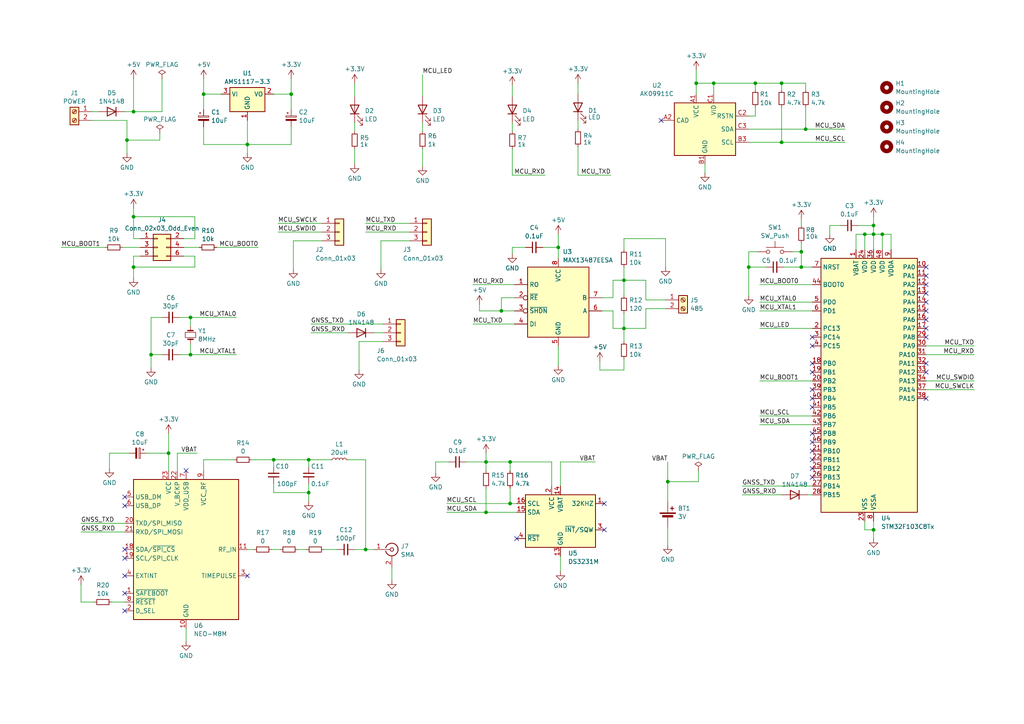
<source format=kicad_sch>
(kicad_sch (version 20230121) (generator eeschema)
  (paper "A4")
  (junction (at 59.055 27.305))
  (junction (at 253.365 153.67))
  (junction (at 48.895 131.445))
  (junction (at 55.245 92.075))
  (junction (at 232.41 77.47))
  (junction (at 193.675 139.7))
  (junction (at 233.68 37.465))
  (junction (at 79.375 133.35))
  (junction (at 250.825 67.945))
  (junction (at 219.075 24.13))
  (junction (at 207.01 24.13))
  (junction (at 145.415 90.17))
  (junction (at 253.365 67.945))
  (junction (at 71.755 41.91))
  (junction (at 55.245 102.87))
  (junction (at 36.83 40.64))
  (junction (at 140.97 133.985))
  (junction (at 43.815 102.87))
  (junction (at 180.975 81.28))
  (junction (at 217.17 77.47))
  (junction (at 38.735 77.47))
  (junction (at 38.735 32.385))
  (junction (at 106.045 159.385))
  (junction (at 147.955 133.985))
  (junction (at 226.695 24.13))
  (junction (at 253.365 65.405))
  (junction (at 89.535 142.875))
  (junction (at 232.41 73.025))
  (junction (at 161.925 71.755))
  (junction (at 201.93 24.13))
  (junction (at 180.975 95.25))
  (junction (at 84.455 27.305))
  (junction (at 226.695 41.275))
  (junction (at 140.97 148.59))
  (junction (at 89.535 133.35))
  (junction (at 147.955 146.05))
  (junction (at 38.735 62.865))
  (junction (at 255.905 67.945))
  (no_connect (at 268.605 92.71))
  (no_connect (at 268.605 80.01))
  (no_connect (at 235.585 100.33))
  (no_connect (at 175.26 153.67))
  (no_connect (at 268.605 90.17))
  (no_connect (at 235.585 128.27))
  (no_connect (at 235.585 97.79))
  (no_connect (at 235.585 118.11))
  (no_connect (at 235.585 133.35))
  (no_connect (at 235.585 113.03))
  (no_connect (at 191.77 34.925))
  (no_connect (at 268.605 95.25))
  (no_connect (at 268.605 85.09))
  (no_connect (at 149.86 156.21))
  (no_connect (at 36.195 144.145))
  (no_connect (at 235.585 105.41))
  (no_connect (at 268.605 82.55))
  (no_connect (at 36.195 177.165))
  (no_connect (at 268.605 105.41))
  (no_connect (at 53.975 136.525))
  (no_connect (at 268.605 77.47))
  (no_connect (at 235.585 125.73))
  (no_connect (at 71.755 167.005))
  (no_connect (at 36.195 159.385))
  (no_connect (at 268.605 107.95))
  (no_connect (at 235.585 138.43))
  (no_connect (at 36.195 167.005))
  (no_connect (at 36.195 172.085))
  (no_connect (at 268.605 87.63))
  (no_connect (at 36.195 161.925))
  (no_connect (at 235.585 135.89))
  (no_connect (at 235.585 130.81))
  (no_connect (at 36.195 146.685))
  (no_connect (at 268.605 115.57))
  (no_connect (at 235.585 107.95))
  (no_connect (at 175.26 146.05))
  (no_connect (at 235.585 115.57))
  (no_connect (at 268.605 97.79))
  (wire (pts (xy 31.75 131.445) (xy 31.75 135.89)))
  (wire (pts (xy 36.83 34.925) (xy 36.83 40.64)))
  (wire (pts (xy 145.415 86.36) (xy 145.415 90.17)))
  (wire (pts (xy 220.345 82.55) (xy 235.585 82.55)))
  (wire (pts (xy 148.59 35.56) (xy 148.59 38.1)))
  (wire (pts (xy 23.495 154.305) (xy 36.195 154.305)))
  (wire (pts (xy 162.56 133.985) (xy 172.72 133.985)))
  (wire (pts (xy 253.365 62.865) (xy 253.365 65.405)))
  (wire (pts (xy 187.325 95.25) (xy 187.325 89.535)))
  (wire (pts (xy 56.515 69.215) (xy 56.515 62.865)))
  (wire (pts (xy 161.925 67.945) (xy 161.925 71.755)))
  (wire (pts (xy 89.535 133.35) (xy 95.885 133.35)))
  (wire (pts (xy 140.97 141.605) (xy 140.97 148.59)))
  (wire (pts (xy 122.555 43.18) (xy 122.555 48.26)))
  (wire (pts (xy 220.345 90.17) (xy 235.585 90.17)))
  (wire (pts (xy 193.675 153.035) (xy 193.675 158.115)))
  (wire (pts (xy 268.605 102.87) (xy 282.575 102.87)))
  (wire (pts (xy 180.975 69.215) (xy 193.04 69.215)))
  (wire (pts (xy 167.64 34.925) (xy 167.64 37.465)))
  (wire (pts (xy 110.49 69.85) (xy 118.745 69.85)))
  (wire (pts (xy 55.245 92.075) (xy 68.58 92.075)))
  (wire (pts (xy 187.325 86.995) (xy 193.04 86.995)))
  (wire (pts (xy 180.975 72.39) (xy 180.975 69.215)))
  (wire (pts (xy 80.645 64.77) (xy 93.345 64.77)))
  (wire (pts (xy 23.495 151.765) (xy 36.195 151.765)))
  (wire (pts (xy 38.735 74.295) (xy 40.64 74.295)))
  (wire (pts (xy 37.465 131.445) (xy 31.75 131.445)))
  (wire (pts (xy 28.575 32.385) (xy 26.67 32.385)))
  (wire (pts (xy 38.735 60.325) (xy 38.735 62.865)))
  (wire (pts (xy 17.78 71.755) (xy 30.48 71.755)))
  (wire (pts (xy 46.99 22.86) (xy 46.99 32.385)))
  (wire (pts (xy 38.735 62.865) (xy 38.735 69.215)))
  (wire (pts (xy 253.365 67.945) (xy 255.905 67.945)))
  (wire (pts (xy 38.735 69.215) (xy 40.64 69.215)))
  (wire (pts (xy 187.325 89.535) (xy 193.04 89.535)))
  (wire (pts (xy 140.97 148.59) (xy 149.86 148.59)))
  (wire (pts (xy 161.925 100.33) (xy 161.925 106.045)))
  (wire (pts (xy 100.965 133.35) (xy 106.045 133.35)))
  (wire (pts (xy 220.345 95.25) (xy 235.585 95.25)))
  (wire (pts (xy 167.64 24.13) (xy 167.64 27.305)))
  (wire (pts (xy 71.755 41.91) (xy 71.755 44.45)))
  (wire (pts (xy 78.74 159.385) (xy 81.28 159.385)))
  (wire (pts (xy 226.695 24.13) (xy 226.695 26.035)))
  (wire (pts (xy 201.93 24.13) (xy 207.01 24.13)))
  (wire (pts (xy 250.825 153.67) (xy 253.365 153.67)))
  (wire (pts (xy 180.975 81.28) (xy 180.975 85.725)))
  (wire (pts (xy 89.535 140.335) (xy 89.535 142.875)))
  (wire (pts (xy 180.975 90.805) (xy 180.975 95.25)))
  (wire (pts (xy 253.365 65.405) (xy 253.365 67.945)))
  (wire (pts (xy 162.56 161.29) (xy 162.56 165.735)))
  (wire (pts (xy 226.695 41.275) (xy 245.11 41.275)))
  (wire (pts (xy 145.415 90.17) (xy 139.065 90.17)))
  (wire (pts (xy 220.345 110.49) (xy 235.585 110.49)))
  (wire (pts (xy 226.695 31.115) (xy 226.695 41.275)))
  (wire (pts (xy 162.56 140.97) (xy 162.56 133.985)))
  (wire (pts (xy 253.365 151.13) (xy 253.365 153.67)))
  (wire (pts (xy 193.04 69.215) (xy 193.04 77.47)))
  (wire (pts (xy 42.545 131.445) (xy 48.895 131.445)))
  (wire (pts (xy 55.245 99.695) (xy 55.245 102.87)))
  (wire (pts (xy 43.815 102.87) (xy 43.815 106.68)))
  (wire (pts (xy 53.975 182.245) (xy 53.975 186.055)))
  (wire (pts (xy 129.54 146.05) (xy 147.955 146.05)))
  (wire (pts (xy 102.87 159.385) (xy 106.045 159.385)))
  (wire (pts (xy 147.955 133.985) (xy 160.02 133.985)))
  (wire (pts (xy 204.47 47.625) (xy 204.47 50.165)))
  (wire (pts (xy 177.8 95.25) (xy 180.975 95.25)))
  (wire (pts (xy 52.07 92.075) (xy 55.245 92.075)))
  (wire (pts (xy 137.16 93.98) (xy 149.225 93.98)))
  (wire (pts (xy 215.265 140.97) (xy 235.585 140.97)))
  (wire (pts (xy 233.68 26.035) (xy 233.68 24.13)))
  (wire (pts (xy 240.665 65.405) (xy 240.665 67.945)))
  (wire (pts (xy 227.33 77.47) (xy 232.41 77.47)))
  (wire (pts (xy 55.245 102.87) (xy 68.58 102.87)))
  (wire (pts (xy 137.16 82.55) (xy 149.225 82.55)))
  (wire (pts (xy 108.585 96.52) (xy 111.125 96.52)))
  (wire (pts (xy 38.735 77.47) (xy 56.515 77.47)))
  (wire (pts (xy 79.375 133.35) (xy 89.535 133.35)))
  (wire (pts (xy 73.025 133.35) (xy 79.375 133.35)))
  (wire (pts (xy 180.975 95.25) (xy 187.325 95.25)))
  (wire (pts (xy 232.41 73.025) (xy 232.41 77.47)))
  (wire (pts (xy 193.675 139.7) (xy 193.675 145.415)))
  (wire (pts (xy 147.955 146.05) (xy 149.86 146.05)))
  (wire (pts (xy 36.83 40.64) (xy 46.355 40.64)))
  (wire (pts (xy 38.735 32.385) (xy 46.99 32.385)))
  (wire (pts (xy 193.675 133.985) (xy 193.675 139.7)))
  (wire (pts (xy 43.815 92.075) (xy 43.815 102.87)))
  (wire (pts (xy 56.515 62.865) (xy 38.735 62.865)))
  (wire (pts (xy 148.59 43.18) (xy 148.59 50.8)))
  (wire (pts (xy 93.98 159.385) (xy 97.79 159.385)))
  (wire (pts (xy 90.17 93.98) (xy 111.125 93.98)))
  (wire (pts (xy 38.735 74.295) (xy 38.735 77.47)))
  (wire (pts (xy 217.17 77.47) (xy 217.17 85.725)))
  (wire (pts (xy 85.09 69.85) (xy 85.09 78.105)))
  (wire (pts (xy 140.97 133.985) (xy 140.97 136.525)))
  (wire (pts (xy 129.54 148.59) (xy 140.97 148.59)))
  (wire (pts (xy 177.8 81.28) (xy 177.8 86.36)))
  (wire (pts (xy 79.375 140.335) (xy 79.375 142.875)))
  (wire (pts (xy 71.755 41.91) (xy 84.455 41.91)))
  (wire (pts (xy 258.445 67.945) (xy 258.445 72.39)))
  (wire (pts (xy 207.01 24.13) (xy 219.075 24.13)))
  (wire (pts (xy 268.605 110.49) (xy 282.575 110.49)))
  (wire (pts (xy 84.455 27.305) (xy 84.455 31.75)))
  (wire (pts (xy 80.645 67.31) (xy 93.345 67.31)))
  (wire (pts (xy 79.375 142.875) (xy 89.535 142.875)))
  (wire (pts (xy 139.065 88.265) (xy 139.065 90.17)))
  (wire (pts (xy 89.535 133.35) (xy 89.535 135.255)))
  (wire (pts (xy 255.905 67.945) (xy 255.905 72.39)))
  (wire (pts (xy 253.365 153.67) (xy 253.365 156.21)))
  (wire (pts (xy 84.455 22.86) (xy 84.455 27.305)))
  (wire (pts (xy 145.415 90.17) (xy 149.225 90.17)))
  (wire (pts (xy 53.34 74.295) (xy 56.515 74.295)))
  (wire (pts (xy 53.34 71.755) (xy 57.785 71.755)))
  (wire (pts (xy 201.93 27.305) (xy 201.93 24.13)))
  (wire (pts (xy 86.36 159.385) (xy 88.9 159.385)))
  (wire (pts (xy 102.87 35.56) (xy 102.87 38.1)))
  (wire (pts (xy 217.17 41.275) (xy 226.695 41.275)))
  (wire (pts (xy 232.41 63.5) (xy 232.41 65.405)))
  (wire (pts (xy 36.195 32.385) (xy 38.735 32.385)))
  (wire (pts (xy 48.895 131.445) (xy 48.895 136.525)))
  (wire (pts (xy 160.02 133.985) (xy 160.02 140.97)))
  (wire (pts (xy 59.055 36.83) (xy 59.055 41.91)))
  (wire (pts (xy 36.83 40.64) (xy 36.83 44.45)))
  (wire (pts (xy 180.975 104.14) (xy 180.975 107.315)))
  (wire (pts (xy 219.075 24.13) (xy 219.075 26.035)))
  (wire (pts (xy 250.825 151.13) (xy 250.825 153.67)))
  (wire (pts (xy 177.8 86.36) (xy 174.625 86.36)))
  (wire (pts (xy 187.325 81.28) (xy 187.325 86.995)))
  (wire (pts (xy 232.41 77.47) (xy 235.585 77.47)))
  (wire (pts (xy 23.495 174.625) (xy 27.305 174.625)))
  (wire (pts (xy 148.59 71.755) (xy 148.59 73.66)))
  (wire (pts (xy 148.59 24.765) (xy 148.59 27.94)))
  (wire (pts (xy 268.605 113.03) (xy 282.575 113.03)))
  (wire (pts (xy 177.8 81.28) (xy 180.975 81.28)))
  (wire (pts (xy 38.735 77.47) (xy 38.735 80.645)))
  (wire (pts (xy 248.285 67.945) (xy 250.825 67.945)))
  (wire (pts (xy 217.17 77.47) (xy 222.25 77.47)))
  (wire (pts (xy 250.825 67.945) (xy 253.365 67.945)))
  (wire (pts (xy 219.075 24.13) (xy 226.695 24.13)))
  (wire (pts (xy 229.87 73.025) (xy 232.41 73.025)))
  (wire (pts (xy 59.055 27.305) (xy 64.135 27.305)))
  (wire (pts (xy 62.865 71.755) (xy 74.93 71.755)))
  (wire (pts (xy 202.565 136.525) (xy 202.565 139.7)))
  (wire (pts (xy 161.925 71.755) (xy 161.925 74.93)))
  (wire (pts (xy 59.055 133.35) (xy 59.055 136.525)))
  (wire (pts (xy 38.735 22.86) (xy 38.735 32.385)))
  (wire (pts (xy 180.975 81.28) (xy 187.325 81.28)))
  (wire (pts (xy 59.055 22.86) (xy 59.055 27.305)))
  (wire (pts (xy 248.92 65.405) (xy 253.365 65.405)))
  (wire (pts (xy 220.345 87.63) (xy 235.585 87.63)))
  (wire (pts (xy 71.755 159.385) (xy 73.66 159.385)))
  (wire (pts (xy 106.045 64.77) (xy 118.745 64.77)))
  (wire (pts (xy 102.87 43.18) (xy 102.87 47.625)))
  (wire (pts (xy 56.515 74.295) (xy 56.515 77.47)))
  (wire (pts (xy 255.905 67.945) (xy 258.445 67.945)))
  (wire (pts (xy 52.07 102.87) (xy 55.245 102.87)))
  (wire (pts (xy 84.455 36.83) (xy 84.455 41.91)))
  (wire (pts (xy 217.17 37.465) (xy 233.68 37.465)))
  (wire (pts (xy 173.99 104.775) (xy 173.99 107.315)))
  (wire (pts (xy 149.225 86.36) (xy 145.415 86.36)))
  (wire (pts (xy 51.435 131.445) (xy 51.435 136.525)))
  (wire (pts (xy 106.045 159.385) (xy 108.585 159.385)))
  (wire (pts (xy 140.97 131.445) (xy 140.97 133.985)))
  (wire (pts (xy 122.555 35.56) (xy 122.555 38.1)))
  (wire (pts (xy 122.555 21.59) (xy 122.555 27.94)))
  (wire (pts (xy 35.56 71.755) (xy 40.64 71.755)))
  (wire (pts (xy 201.93 20.32) (xy 201.93 24.13)))
  (wire (pts (xy 220.345 120.65) (xy 235.585 120.65)))
  (wire (pts (xy 89.535 142.875) (xy 89.535 145.415)))
  (wire (pts (xy 111.125 99.06) (xy 104.14 99.06)))
  (wire (pts (xy 130.175 133.985) (xy 126.365 133.985)))
  (wire (pts (xy 135.255 133.985) (xy 140.97 133.985)))
  (wire (pts (xy 268.605 100.33) (xy 282.575 100.33)))
  (wire (pts (xy 148.59 50.8) (xy 158.115 50.8)))
  (wire (pts (xy 253.365 67.945) (xy 253.365 72.39)))
  (wire (pts (xy 46.355 38.735) (xy 46.355 40.64)))
  (wire (pts (xy 126.365 133.985) (xy 126.365 137.16)))
  (wire (pts (xy 110.49 69.85) (xy 110.49 78.105)))
  (wire (pts (xy 26.67 34.925) (xy 36.83 34.925)))
  (wire (pts (xy 226.695 24.13) (xy 233.68 24.13)))
  (wire (pts (xy 106.045 133.35) (xy 106.045 159.385)))
  (wire (pts (xy 243.84 65.405) (xy 240.665 65.405)))
  (wire (pts (xy 59.055 41.91) (xy 71.755 41.91)))
  (wire (pts (xy 79.375 27.305) (xy 84.455 27.305)))
  (wire (pts (xy 102.87 24.13) (xy 102.87 27.94)))
  (wire (pts (xy 180.975 95.25) (xy 180.975 99.06)))
  (wire (pts (xy 90.17 96.52) (xy 100.965 96.52)))
  (wire (pts (xy 193.675 139.7) (xy 202.565 139.7)))
  (wire (pts (xy 177.8 95.25) (xy 177.8 90.17)))
  (wire (pts (xy 219.71 73.025) (xy 217.17 73.025)))
  (wire (pts (xy 219.075 31.115) (xy 219.075 33.655)))
  (wire (pts (xy 217.17 33.655) (xy 219.075 33.655)))
  (wire (pts (xy 180.975 77.47) (xy 180.975 81.28)))
  (wire (pts (xy 147.955 136.525) (xy 147.955 133.985)))
  (wire (pts (xy 140.97 133.985) (xy 147.955 133.985)))
  (wire (pts (xy 250.825 72.39) (xy 250.825 67.945)))
  (wire (pts (xy 217.17 73.025) (xy 217.17 77.47)))
  (wire (pts (xy 152.4 71.755) (xy 148.59 71.755)))
  (wire (pts (xy 147.955 141.605) (xy 147.955 146.05)))
  (wire (pts (xy 32.385 174.625) (xy 36.195 174.625)))
  (wire (pts (xy 220.345 123.19) (xy 235.585 123.19)))
  (wire (pts (xy 234.315 143.51) (xy 235.585 143.51)))
  (wire (pts (xy 43.815 92.075) (xy 46.99 92.075)))
  (wire (pts (xy 71.755 34.925) (xy 71.755 41.91)))
  (wire (pts (xy 23.495 169.545) (xy 23.495 174.625)))
  (wire (pts (xy 48.895 125.73) (xy 48.895 131.445)))
  (wire (pts (xy 233.68 37.465) (xy 245.11 37.465)))
  (wire (pts (xy 233.68 31.115) (xy 233.68 37.465)))
  (wire (pts (xy 104.14 99.06) (xy 104.14 107.315)))
  (wire (pts (xy 53.34 69.215) (xy 56.515 69.215)))
  (wire (pts (xy 167.64 50.8) (xy 167.64 42.545)))
  (wire (pts (xy 79.375 133.35) (xy 79.375 135.255)))
  (wire (pts (xy 180.975 107.315) (xy 173.99 107.315)))
  (wire (pts (xy 248.285 72.39) (xy 248.285 67.945)))
  (wire (pts (xy 85.09 69.85) (xy 93.345 69.85)))
  (wire (pts (xy 113.665 164.465) (xy 113.665 168.275)))
  (wire (pts (xy 59.055 133.35) (xy 67.945 133.35)))
  (wire (pts (xy 167.64 50.8) (xy 177.165 50.8)))
  (wire (pts (xy 106.045 67.31) (xy 118.745 67.31)))
  (wire (pts (xy 157.48 71.755) (xy 161.925 71.755)))
  (wire (pts (xy 57.15 131.445) (xy 51.435 131.445)))
  (wire (pts (xy 59.055 31.75) (xy 59.055 27.305)))
  (wire (pts (xy 177.8 90.17) (xy 174.625 90.17)))
  (wire (pts (xy 55.245 94.615) (xy 55.245 92.075)))
  (wire (pts (xy 232.41 70.485) (xy 232.41 73.025)))
  (wire (pts (xy 207.01 24.13) (xy 207.01 27.305)))
  (wire (pts (xy 43.815 102.87) (xy 46.99 102.87)))
  (wire (pts (xy 215.265 143.51) (xy 226.695 143.51)))
  (label "MCU_SWCLK" (at 80.645 64.77 0))
  (label "MCU_XTAL1" (at 68.58 102.87 180))
  (label "MCU_TXD" (at 106.045 64.77 0))
  (label "VBAT" (at 57.15 131.445 180))
  (label "MCU_SCL" (at 220.345 120.65 0))
  (label "MCU_TXD" (at 177.165 50.8 180))
  (label "MCU_TXD" (at 282.575 100.33 180))
  (label "MCU_RXD" (at 137.16 82.55 0))
  (label "GNSS_TXD" (at 215.265 140.97 0))
  (label "MCU_SDA" (at 220.345 123.19 0))
  (label "MCU_XTAL0" (at 68.58 92.075 180))
  (label "MCU_SCL" (at 245.11 41.275 180))
  (label "MCU_RXD" (at 282.575 102.87 180))
  (label "VBAT" (at 193.675 133.985 180))
  (label "MCU_BOOT1" (at 220.345 110.49 0))
  (label "GNSS_RXD" (at 215.265 143.51 0))
  (label "GNSS_TXD" (at 23.495 151.765 0))
  (label "MCU_LED" (at 122.555 21.59 0))
  (label "MCU_LED" (at 220.345 95.25 0))
  (label "MCU_SWDIO" (at 282.575 110.49 180))
  (label "MCU_SWCLK" (at 282.575 113.03 180))
  (label "MCU_TXD" (at 137.16 93.98 0))
  (label "MCU_XTAL0" (at 220.345 87.63 0))
  (label "MCU_XTAL1" (at 220.345 90.17 0))
  (label "GNSS_RXD" (at 90.17 96.52 0))
  (label "MCU_RXD" (at 158.115 50.8 180))
  (label "GNSS_RXD" (at 23.495 154.305 0))
  (label "GNSS_TXD" (at 90.17 93.98 0))
  (label "MCU_BOOT0" (at 74.93 71.755 180))
  (label "MCU_SWDIO" (at 80.645 67.31 0))
  (label "MCU_SCL" (at 129.54 146.05 0))
  (label "MCU_SDA" (at 245.11 37.465 180))
  (label "MCU_SDA" (at 129.54 148.59 0))
  (label "MCU_RXD" (at 106.045 67.31 0))
  (label "MCU_BOOT0" (at 220.345 82.55 0))
  (label "VBAT" (at 172.72 133.985 180))
  (label "MCU_BOOT1" (at 17.78 71.755 0))
  (symbol (lib_id "power:GND") (at 161.925 106.045 0) (unit 1)
    (property "Reference" "#PWR026" (effects hide))
    (property "Value" "GND" (at 161.925 110.1781 0))
  )
  (symbol (lib_id "power:+3.3V") (at 48.895 125.73 0) (unit 1)
    (property "Reference" "#PWR029" (effects hide))
    (property "Value" "+3.3V" (at 48.895 121.5969 0))
  )
  (symbol (lib_id "OpenStation:MAX13487EESA") (at 161.925 87.63 0) (unit 1)
    (property "Reference" "U3" (at 163.195 73.025 0) (effects (justify left)))
    (property "Value" "MAX13487EESA" (at 163.195 75.4492 0) (effects (justify left)))
    (property "Footprint" "Package_SO:SOP-8_3.9x4.9mm_P1.27mm" (effects hide))
  )
  (symbol (lib_id "Device:R_Small") (at 102.87 40.64 0) (unit 1)
    (property "Reference" "R5" (at 104.3686 39.9963 0) (effects (justify left)))
    (property "Value" "1k" (at 104.3686 41.9173 0) (effects (justify left)))
    (property "Footprint" "Resistor_THT:R_Axial_DIN0204_L3.6mm_D1.6mm_P7.62mm_Horizontal" (effects hide))
  )
  (symbol (lib_id "power:+3.3V") (at 102.87 24.13 0) (unit 1)
    (property "Reference" "#PWR05" (effects hide))
    (property "Value" "+3.3V" (at 102.87 19.9969 0))
  )
  (symbol (lib_id "Device:R_Small") (at 180.975 88.265 0) (unit 1)
    (property "Reference" "R12" (at 182.4736 87.0529 0) (effects (justify left)))
    (property "Value" "120" (at 182.4736 89.4771 0) (effects (justify left)))
    (property "Footprint" "Resistor_THT:R_Axial_DIN0204_L3.6mm_D1.6mm_P7.62mm_Horizontal" (effects hide))
  )
  (symbol (lib_id "power:GND") (at 104.14 107.315 0) (unit 1)
    (property "Reference" "#PWR028" (effects hide))
    (property "Value" "GND" (at 104.14 111.4481 0))
  )
  (symbol (lib_id "Device:R_Small") (at 122.555 40.64 0) (unit 1)
    (property "Reference" "R6" (at 124.0536 39.4279 0) (effects (justify left)))
    (property "Value" "1k" (at 124.0536 41.8521 0) (effects (justify left)))
    (property "Footprint" "Resistor_THT:R_Axial_DIN0204_L3.6mm_D1.6mm_P7.62mm_Horizontal" (effects hide))
  )
  (symbol (lib_id "Connector_Generic:Conn_02x03_Odd_Even") (at 45.72 71.755 0) (unit 1)
    (property "Reference" "J4" (at 46.99 63.8007 0))
    (property "Value" "Conn_02x03_Odd_Even" (at 46.99 66.2249 0))
    (property "Footprint" "Connector_PinHeader_2.54mm:PinHeader_2x03_P2.54mm_Vertical" (effects hide))
  )
  (symbol (lib_id "power:GND") (at 113.665 168.275 0) (unit 1)
    (property "Reference" "#PWR037" (effects hide))
    (property "Value" "GND" (at 113.665 172.4081 0))
  )
  (symbol (lib_id "power:+3.3V") (at 232.41 63.5 0) (mirror y) (unit 1)
    (property "Reference" "#PWR015" (effects hide))
    (property "Value" "+3.3V" (at 232.41 59.3669 0))
  )
  (symbol (lib_id "power:+5V") (at 59.055 22.86 0) (unit 1)
    (property "Reference" "#PWR03" (effects hide))
    (property "Value" "+5V" (at 59.055 18.7269 0))
  )
  (symbol (lib_id "Device:R_Small") (at 76.2 159.385 270) (mirror x) (unit 1)
    (property "Reference" "R17" (at 76.2 154.5041 90))
    (property "Value" "0" (at 76.2 156.9283 90))
    (property "Footprint" "Resistor_THT:R_Axial_DIN0204_L3.6mm_D1.6mm_P7.62mm_Horizontal" (effects hide))
  )
  (symbol (lib_id "Device:C_Polarized_Small") (at 59.055 34.29 0) (unit 1)
    (property "Reference" "C1" (at 61.214 32.5318 0) (effects (justify left)))
    (property "Value" "10uF" (at 61.214 34.956 0) (effects (justify left)))
    (property "Footprint" "Capacitor_THT:CP_Radial_D5.0mm_P2.50mm" (effects hide))
  )
  (symbol (lib_id "power:GND") (at 217.17 85.725 0) (mirror y) (unit 1)
    (property "Reference" "#PWR023" (effects hide))
    (property "Value" "GND" (at 217.17 89.8581 0))
  )
  (symbol (lib_id "Mechanical:MountingHole") (at 257.175 36.83 0) (unit 1)
    (property "Reference" "H3" (at 259.715 35.6179 0) (effects (justify left)))
    (property "Value" "MountingHole" (at 259.715 38.0421 0) (effects (justify left)))
    (property "Footprint" "MountingHole:MountingHole_3.2mm_M3_DIN965" (effects hide))
  )
  (symbol (lib_id "Device:C_Small") (at 132.715 133.985 270) (mirror x) (unit 1)
    (property "Reference" "C9" (at 132.7087 128.2786 90))
    (property "Value" "0.1uF" (at 132.7087 130.7028 90))
    (property "Footprint" "Capacitor_THT:C_Disc_D3.0mm_W2.0mm_P2.50mm" (effects hide))
  )
  (symbol (lib_id "power:GND") (at 253.365 156.21 0) (unit 1)
    (property "Reference" "#PWR034" (effects hide))
    (property "Value" "GND" (at 253.365 160.3431 0))
  )
  (symbol (lib_id "power:PWR_FLAG") (at 202.565 136.525 0) (unit 1)
    (property "Reference" "#FLG03" (effects hide))
    (property "Value" "PWR_FLAG" (at 202.565 132.3919 0))
  )
  (symbol (lib_id "Mechanical:MountingHole") (at 257.175 42.545 0) (unit 1)
    (property "Reference" "H4" (at 259.715 41.3329 0) (effects (justify left)))
    (property "Value" "MountingHole" (at 259.715 43.7571 0) (effects (justify left)))
    (property "Footprint" "MountingHole:MountingHole_3.2mm_M3_DIN965" (effects hide))
  )
  (symbol (lib_id "Device:R_Small") (at 180.975 101.6 0) (unit 1)
    (property "Reference" "R13" (at 182.4736 100.3879 0) (effects (justify left)))
    (property "Value" "10k" (at 182.4736 102.8121 0) (effects (justify left)))
    (property "Footprint" "Resistor_THT:R_Axial_DIN0204_L3.6mm_D1.6mm_P7.62mm_Horizontal" (effects hide))
  )
  (symbol (lib_id "power:PWR_FLAG") (at 46.355 38.735 0) (unit 1)
    (property "Reference" "#FLG02" (effects hide))
    (property "Value" "PWR_FLAG" (at 46.355 34.6019 0))
  )
  (symbol (lib_id "Device:Crystal_Small") (at 55.245 97.155 90) (unit 1)
    (property "Reference" "Y1" (at 57.404 95.9429 90) (effects (justify right)))
    (property "Value" "8MHz" (at 57.404 98.3671 90) (effects (justify right)))
    (property "Footprint" "Crystal:Crystal_HC18-U_Vertical" (effects hide))
  )
  (symbol (lib_id "Connector_Generic:Conn_01x03") (at 123.825 67.31 0) (unit 1)
    (property "Reference" "J3" (at 116.84 72.39 0) (effects (justify left)))
    (property "Value" "Conn_01x03" (at 116.84 74.93 0) (effects (justify left)))
    (property "Footprint" "Connector_PinHeader_2.54mm:PinHeader_1x03_P2.54mm_Vertical" (effects hide))
  )
  (symbol (lib_id "RF_GPS:NEO-M8M") (at 53.975 159.385 0) (unit 1)
    (property "Reference" "U6" (at 56.1691 181.4251 0) (effects (justify left)))
    (property "Value" "NEO-M8M" (at 56.1691 183.8493 0) (effects (justify left)))
    (property "Footprint" "RF_GPS:ublox_NEO" (effects hide))
    (property "Datasheet" "https://content.u-blox.com/sites/default/files/NEO-M8-FW3_DataSheet_UBX-15031086.pdf" (effects hide))
  )
  (symbol (lib_id "Device:R_Small") (at 167.64 40.005 0) (unit 1)
    (property "Reference" "R4" (at 169.1386 39.3613 0) (effects (justify left)))
    (property "Value" "1k" (at 169.1386 41.2823 0) (effects (justify left)))
    (property "Footprint" "Resistor_THT:R_Axial_DIN0204_L3.6mm_D1.6mm_P7.62mm_Horizontal" (effects hide))
  )
  (symbol (lib_id "Mechanical:MountingHole") (at 257.175 25.4 0) (unit 1)
    (property "Reference" "H1" (at 259.715 24.1879 0) (effects (justify left)))
    (property "Value" "MountingHole" (at 259.715 26.6121 0) (effects (justify left)))
    (property "Footprint" "MountingHole:MountingHole_3.2mm_M3_DIN965" (effects hide))
  )
  (symbol (lib_id "power:+5V") (at 38.735 22.86 0) (unit 1)
    (property "Reference" "#PWR02" (effects hide))
    (property "Value" "+5V" (at 38.735 18.7269 0))
  )
  (symbol (lib_id "Device:R_Small") (at 232.41 67.945 0) (mirror x) (unit 1)
    (property "Reference" "R8" (at 233.68 66.675 0) (effects (justify left)))
    (property "Value" "10k" (at 233.68 68.58 0) (effects (justify left)))
    (property "Footprint" "Resistor_THT:R_Axial_DIN0204_L3.6mm_D1.6mm_P7.62mm_Horizontal" (effects hide))
  )
  (symbol (lib_id "Device:C_Small") (at 224.79 77.47 90) (unit 1)
    (property "Reference" "C5" (at 222.25 75.565 90))
    (property "Value" "0.1uF" (at 228.6 75.565 90))
    (property "Footprint" "Capacitor_THT:C_Disc_D3.0mm_W2.0mm_P2.50mm" (effects hide))
  )
  (symbol (lib_id "power:+5V") (at 161.925 67.945 0) (unit 1)
    (property "Reference" "#PWR016" (effects hide))
    (property "Value" "+5V" (at 161.925 63.8119 0))
  )
  (symbol (lib_id "Device:LED") (at 102.87 31.75 90) (unit 1)
    (property "Reference" "D2" (at 105.791 32.1254 90) (effects (justify right)))
    (property "Value" "LED" (at 105.791 34.5496 90) (effects (justify right)))
    (property "Footprint" "LED_THT:LED_D3.0mm" (effects hide))
  )
  (symbol (lib_id "Connector:Screw_Terminal_01x02") (at 198.12 86.995 0) (unit 1)
    (property "Reference" "J5" (at 200.152 87.0529 0) (effects (justify left)))
    (property "Value" "485" (at 200.152 89.4771 0) (effects (justify left)))
    (property "Footprint" "TerminalBlock:TerminalBlock_bornier-2_P5.08mm" (effects hide))
  )
  (symbol (lib_id "OpenStation:AK09911C") (at 204.47 37.465 0) (unit 1)
    (property "Reference" "U2" (at 190.5 24.765 0))
    (property "Value" "AK09911C" (at 190.5 27.1892 0))
    (property "Footprint" "OpenStation:AK09911C" (effects hide))
    (property "Datasheet" "https://www.micro-semiconductor.sg/datasheet/b7-AK09911C.pdf" (effects hide))
  )
  (symbol (lib_id "Device:LED") (at 148.59 31.75 90) (unit 1)
    (property "Reference" "D4" (at 151.511 32.1254 90) (effects (justify right)))
    (property "Value" "LED" (at 151.511 34.5496 90) (effects (justify right)))
    (property "Footprint" "LED_THT:LED_D3.0mm" (effects hide))
  )
  (symbol (lib_id "Diode:1N4148") (at 230.505 143.51 180) (unit 1)
    (property "Reference" "D7" (at 230.505 138.0957 0))
    (property "Value" "1N4148" (at 230.505 140.5199 0))
    (property "Footprint" "Diode_THT:D_DO-35_SOD27_P7.62mm_Horizontal" (effects hide))
    (property "Datasheet" "https://assets.nexperia.com/documents/data-sheet/1N4148_1N4448.pdf" (effects hide))
    (property "Sim.Device" "D" (effects hide))
    (property "Sim.Pins" "1=K 2=A" (effects hide))
  )
  (symbol (lib_id "Device:L_Small") (at 98.425 133.35 90) (unit 1)
    (property "Reference" "L1" (at 98.425 128.8269 90))
    (property "Value" "20uH" (at 98.425 131.2511 90))
    (property "Footprint" "Inductor_THT:L_Radial_D7.0mm_P3.00mm" (effects hide))
  )
  (symbol (lib_id "power:+3.3V") (at 38.735 60.325 0) (unit 1)
    (property "Reference" "#PWR013" (effects hide))
    (property "Value" "+3.3V" (at 38.735 56.1919 0))
  )
  (symbol (lib_id "Device:C_Small") (at 49.53 92.075 270) (mirror x) (unit 1)
    (property "Reference" "C6" (at 49.5237 86.3686 90))
    (property "Value" "30pF" (at 49.5237 88.7928 90))
    (property "Footprint" "Capacitor_THT:C_Disc_D3.0mm_W2.0mm_P2.50mm" (effects hide))
  )
  (symbol (lib_id "Device:R_Small") (at 148.59 40.64 0) (unit 1)
    (property "Reference" "R7" (at 150.0886 39.9963 0) (effects (justify left)))
    (property "Value" "1k" (at 150.0886 41.9173 0) (effects (justify left)))
    (property "Footprint" "Resistor_THT:R_Axial_DIN0204_L3.6mm_D1.6mm_P7.62mm_Horizontal" (effects hide))
  )
  (symbol (lib_id "Device:R_Small") (at 91.44 159.385 90) (unit 1)
    (property "Reference" "R19" (at 91.44 154.5041 90))
    (property "Value" "0" (at 91.44 156.9283 90))
    (property "Footprint" "Resistor_THT:R_Axial_DIN0204_L3.6mm_D1.6mm_P7.62mm_Horizontal" (effects hide))
  )
  (symbol (lib_id "power:GND") (at 36.83 44.45 0) (unit 1)
    (property "Reference" "#PWR08" (effects hide))
    (property "Value" "GND" (at 36.83 48.5831 0))
  )
  (symbol (lib_id "Device:R_Small") (at 60.325 71.755 90) (unit 1)
    (property "Reference" "R10" (at 60.325 66.8741 90))
    (property "Value" "10k" (at 60.325 69.2983 90))
    (property "Footprint" "Resistor_THT:R_Axial_DIN0204_L3.6mm_D1.6mm_P7.62mm_Horizontal" (effects hide))
  )
  (symbol (lib_id "Device:R_Small") (at 83.82 159.385 90) (unit 1)
    (property "Reference" "R18" (at 83.82 154.5041 90))
    (property "Value" "0" (at 83.82 156.9283 90))
    (property "Footprint" "Resistor_THT:R_Axial_DIN0204_L3.6mm_D1.6mm_P7.62mm_Horizontal" (effects hide))
  )
  (symbol (lib_id "Device:LED") (at 122.555 31.75 90) (unit 1)
    (property "Reference" "D3" (at 125.476 32.1254 90) (effects (justify right)))
    (property "Value" "LED" (at 125.476 34.5496 90) (effects (justify right)))
    (property "Footprint" "LED_THT:LED_D3.0mm" (effects hide))
  )
  (symbol (lib_id "Device:R_Small") (at 226.695 28.575 0) (unit 1)
    (property "Reference" "R2" (at 228.1936 27.3629 0) (effects (justify left)))
    (property "Value" "4.7k" (at 228.1936 29.7871 0) (effects (justify left)))
    (property "Footprint" "Resistor_THT:R_Axial_DIN0204_L3.6mm_D1.6mm_P7.62mm_Horizontal" (effects hide))
  )
  (symbol (lib_id "power:GND") (at 71.755 44.45 0) (unit 1)
    (property "Reference" "#PWR09" (effects hide))
    (property "Value" "GND" (at 71.755 48.5831 0))
  )
  (symbol (lib_id "power:+3.3V") (at 23.495 169.545 0) (unit 1)
    (property "Reference" "#PWR038" (effects hide))
    (property "Value" "+3.3V" (at 23.495 165.4119 0))
  )
  (symbol (lib_id "Mechanical:MountingHole") (at 257.175 31.115 0) (unit 1)
    (property "Reference" "H2" (at 259.715 29.9029 0) (effects (justify left)))
    (property "Value" "MountingHole" (at 259.715 32.3271 0) (effects (justify left)))
    (property "Footprint" "MountingHole:MountingHole_3.2mm_M3_DIN965" (effects hide))
  )
  (symbol (lib_id "Device:R_Small") (at 219.075 28.575 0) (mirror x) (unit 1)
    (property "Reference" "R1" (at 220.345 27.305 0) (effects (justify left)))
    (property "Value" "10k" (at 220.345 29.845 0) (effects (justify left)))
    (property "Footprint" "Resistor_THT:R_Axial_DIN0204_L3.6mm_D1.6mm_P7.62mm_Horizontal" (effects hide))
  )
  (symbol (lib_id "power:GND") (at 85.09 78.105 0) (unit 1)
    (property "Reference" "#PWR020" (effects hide))
    (property "Value" "GND" (at 85.09 82.2381 0))
  )
  (symbol (lib_id "power:GND") (at 126.365 137.16 0) (unit 1)
    (property "Reference" "#PWR032" (effects hide))
    (property "Value" "GND" (at 126.365 141.2931 0))
  )
  (symbol (lib_id "Connector_Generic:Conn_01x03") (at 98.425 67.31 0) (unit 1)
    (property "Reference" "J2" (at 91.44 72.39 0) (effects (justify left)))
    (property "Value" "Conn_01x03" (at 91.44 74.93 0) (effects (justify left)))
    (property "Footprint" "Connector_PinHeader_2.54mm:PinHeader_1x03_P2.54mm_Vertical" (effects hide))
  )
  (symbol (lib_id "Device:R_Small") (at 29.845 174.625 90) (unit 1)
    (property "Reference" "R20" (at 29.845 169.7441 90))
    (property "Value" "10k" (at 29.845 172.1683 90))
    (property "Footprint" "Resistor_THT:R_Axial_DIN0204_L3.6mm_D1.6mm_P7.62mm_Horizontal" (effects hide))
  )
  (symbol (lib_id "power:GND") (at 193.04 77.47 0) (unit 1)
    (property "Reference" "#PWR019" (effects hide))
    (property "Value" "GND" (at 193.04 81.6031 0))
  )
  (symbol (lib_id "power:+3.3V") (at 167.64 24.13 0) (unit 1)
    (property "Reference" "#PWR06" (effects hide))
    (property "Value" "+3.3V" (at 167.64 19.9969 0))
  )
  (symbol (lib_id "Device:R_Small") (at 147.955 139.065 0) (unit 1)
    (property "Reference" "R16" (at 149.4536 137.8529 0) (effects (justify left)))
    (property "Value" "4.7k" (at 149.4536 140.2771 0) (effects (justify left)))
    (property "Footprint" "Resistor_THT:R_Axial_DIN0204_L3.6mm_D1.6mm_P7.62mm_Horizontal" (effects hide))
  )
  (symbol (lib_id "power:GND") (at 148.59 73.66 0) (unit 1)
    (property "Reference" "#PWR018" (effects hide))
    (property "Value" "GND" (at 148.59 77.7931 0))
  )
  (symbol (lib_id "Device:LED") (at 167.64 31.115 90) (unit 1)
    (property "Reference" "D1" (at 170.561 32.0588 90) (effects (justify right)))
    (property "Value" "LED" (at 170.561 33.9798 90) (effects (justify right)))
    (property "Footprint" "LED_THT:LED_D3.0mm" (effects hide))
  )
  (symbol (lib_id "Device:C_Small") (at 79.375 137.795 180) (unit 1)
    (property "Reference" "C10" (at 83.82 135.255 0) (effects (justify left)))
    (property "Value" "100pF" (at 86.36 140.335 0) (effects (justify left)))
    (property "Footprint" "Capacitor_THT:C_Disc_D3.0mm_W2.0mm_P2.50mm" (effects hide))
  )
  (symbol (lib_id "power:PWR_FLAG") (at 46.99 22.86 0) (unit 1)
    (property "Reference" "#FLG01" (effects hide))
    (property "Value" "PWR_FLAG" (at 46.99 18.7269 0))
  )
  (symbol (lib_id "power:+3.3V") (at 148.59 24.765 0) (unit 1)
    (property "Reference" "#PWR07" (effects hide))
    (property "Value" "+3.3V" (at 148.59 20.6319 0))
  )
  (symbol (lib_id "Device:R_Small") (at 233.68 28.575 0) (unit 1)
    (property "Reference" "R3" (at 235.1786 27.3629 0) (effects (justify left)))
    (property "Value" "4.7k" (at 235.1786 29.7871 0) (effects (justify left)))
    (property "Footprint" "Resistor_THT:R_Axial_DIN0204_L3.6mm_D1.6mm_P7.62mm_Horizontal" (effects hide))
  )
  (symbol (lib_id "power:GND") (at 43.815 106.68 0) (unit 1)
    (property "Reference" "#PWR027" (effects hide))
    (property "Value" "GND" (at 43.815 110.8131 0))
  )
  (symbol (lib_id "Device:C_Polarized_Small") (at 40.005 131.445 270) (unit 1)
    (property "Reference" "C8" (at 40.5511 125.9037 90))
    (property "Value" "10uF" (at 40.5511 128.3279 90))
    (property "Footprint" "Capacitor_THT:CP_Radial_D5.0mm_P2.50mm" (effects hide))
  )
  (symbol (lib_id "Regulator_Linear:AMS1117-3.3") (at 71.755 27.305 0) (unit 1)
    (property "Reference" "U1" (at 71.755 21.2557 0))
    (property "Value" "AMS1117-3.3" (at 71.755 23.6799 0))
    (property "Footprint" "Package_TO_SOT_SMD:SOT-223-3_TabPin2" (effects hide))
    (property "Datasheet" "http://www.advanced-monolithic.com/pdf/ds1117.pdf" (effects hide))
  )
  (symbol (lib_id "Switch:SW_Push") (at 224.79 73.025 0) (mirror y) (unit 1)
    (property "Reference" "SW1" (at 224.79 65.9597 0))
    (property "Value" "SW_Push" (at 224.79 68.3839 0))
    (property "Footprint" "Button_Switch_SMD:SW_SPST_FSMSM" (effects hide))
  )
  (symbol (lib_id "power:+5V") (at 139.065 88.265 0) (unit 1)
    (property "Reference" "#PWR024" (effects hide))
    (property "Value" "+5V" (at 139.065 84.1319 0))
  )
  (symbol (lib_id "power:+3.3V") (at 253.365 62.865 0) (mirror y) (unit 1)
    (property "Reference" "#PWR014" (effects hide))
    (property "Value" "+3.3V" (at 253.365 58.7319 0))
  )
  (symbol (lib_id "power:GND") (at 240.665 67.945 0) (unit 1)
    (property "Reference" "#PWR017" (effects hide))
    (property "Value" "GND" (at 240.665 72.0781 0))
  )
  (symbol (lib_id "power:GND") (at 31.75 135.89 0) (unit 1)
    (property "Reference" "#PWR031" (effects hide))
    (property "Value" "GND" (at 31.75 140.0231 0))
  )
  (symbol (lib_id "power:GND") (at 110.49 78.105 0) (unit 1)
    (property "Reference" "#PWR021" (effects hide))
    (property "Value" "GND" (at 110.49 82.2381 0))
  )
  (symbol (lib_id "power:+3.3V") (at 201.93 20.32 0) (unit 1)
    (property "Reference" "#PWR01" (effects hide))
    (property "Value" "+3.3V" (at 201.93 16.1869 0))
  )
  (symbol (lib_id "power:GND") (at 162.56 165.735 0) (unit 1)
    (property "Reference" "#PWR036" (effects hide))
    (property "Value" "GND" (at 162.56 169.8681 0))
  )
  (symbol (lib_id "power:GND") (at 53.975 186.055 0) (unit 1)
    (property "Reference" "#PWR039" (effects hide))
    (property "Value" "GND" (at 53.975 190.1881 0))
  )
  (symbol (lib_id "Device:Battery_Cell") (at 193.675 150.495 0) (unit 1)
    (property "Reference" "BT1" (at 196.596 147.4414 0) (effects (justify left)))
    (property "Value" "3V" (at 196.596 149.8656 0) (effects (justify left)))
    (property "Footprint" "Battery:BatteryHolder_LINX_BAT-HLD-012-SMT" (effects hide))
  )
  (symbol (lib_id "Diode:1N4148") (at 104.775 96.52 180) (unit 1)
    (property "Reference" "D6" (at 104.775 91.1057 0))
    (property "Value" "1N4148" (at 104.775 93.5299 0))
    (property "Footprint" "Diode_THT:D_DO-35_SOD27_P7.62mm_Horizontal" (effects hide))
    (property "Datasheet" "https://assets.nexperia.com/documents/data-sheet/1N4148_1N4448.pdf" (effects hide))
    (property "Sim.Device" "D" (effects hide))
    (property "Sim.Pins" "1=K 2=A" (effects hide))
  )
  (symbol (lib_id "Device:R_Small") (at 70.485 133.35 270) (mirror x) (unit 1)
    (property "Reference" "R14" (at 70.485 128.4691 90))
    (property "Value" "0" (at 70.485 130.8933 90))
    (property "Footprint" "Resistor_THT:R_Axial_DIN0204_L3.6mm_D1.6mm_P7.62mm_Horizontal" (effects hide))
  )
  (symbol (lib_id "Device:C_Small") (at 100.33 159.385 90) (unit 1)
    (property "Reference" "C12" (at 100.3363 153.6786 90))
    (property "Value" "100pF" (at 100.3363 156.1028 90))
    (property "Footprint" "Capacitor_THT:C_Disc_D3.0mm_W2.0mm_P2.50mm" (effects hide))
  )
  (symbol (lib_id "power:GND") (at 122.555 48.26 0) (unit 1)
    (property "Reference" "#PWR011" (effects hide))
    (property "Value" "GND" (at 122.555 52.3931 0))
  )
  (symbol (lib_id "power:GND") (at 89.535 145.415 0) (unit 1)
    (property "Reference" "#PWR033" (effects hide))
    (property "Value" "GND" (at 89.535 149.5481 0))
  )
  (symbol (lib_id "power:+3.3V") (at 84.455 22.86 0) (unit 1)
    (property "Reference" "#PWR04" (effects hide))
    (property "Value" "+3.3V" (at 84.455 18.7269 0))
  )
  (symbol (lib_id "Device:C_Small") (at 89.535 137.795 0) (unit 1)
    (property "Reference" "C11" (at 90.17 135.255 0) (effects (justify left)))
    (property "Value" "0.1uF" (at 90.17 140.335 0) (effects (justify left)))
    (property "Footprint" "Capacitor_THT:C_Disc_D3.0mm_W2.0mm_P2.50mm" (effects hide))
  )
  (symbol (lib_id "power:GND") (at 204.47 50.165 0) (unit 1)
    (property "Reference" "#PWR012" (effects hide))
    (property "Value" "GND" (at 204.47 54.2981 0))
  )
  (symbol (lib_id "power:GND") (at 38.735 80.645 0) (unit 1)
    (property "Reference" "#PWR022" (effects hide))
    (property "Value" "GND" (at 38.735 84.7781 0))
  )
  (symbol (lib_id "power:+3.3V") (at 140.97 131.445 0) (unit 1)
    (property "Reference" "#PWR030" (effects hide))
    (property "Value" "+3.3V" (at 140.97 127.3119 0))
  )
  (symbol (lib_id "Device:C_Polarized_Small") (at 84.455 34.29 0) (unit 1)
    (property "Reference" "C2" (at 86.614 32.5318 0) (effects (justify left)))
    (property "Value" "10uF" (at 86.614 34.956 0) (effects (justify left)))
    (property "Footprint" "Capacitor_THT:CP_Radial_D5.0mm_P2.50mm" (effects hide))
  )
  (symbol (lib_id "Device:R_Small") (at 33.02 71.755 270) (mirror x) (unit 1)
    (property "Reference" "R9" (at 33.02 66.8741 90))
    (property "Value" "10k" (at 33.02 69.2983 90))
    (property "Footprint" "Resistor_THT:R_Axial_DIN0204_L3.6mm_D1.6mm_P7.62mm_Horizontal" (effects hide))
  )
  (symbol (lib_id "power:+5V") (at 173.99 104.775 0) (unit 1)
    (property "Reference" "#PWR025" (effects hide))
    (property "Value" "+5V" (at 173.99 100.6419 0))
  )
  (symbol (lib_id "Connector_Generic:Conn_01x03") (at 116.205 96.52 0) (unit 1)
    (property "Reference" "J6" (at 109.22 101.7158 0) (effects (justify left)))
    (property "Value" "Conn_01x03" (at 109.22 104.14 0) (effects (justify left)))
    (property "Footprint" "Connector_PinHeader_2.54mm:PinHeader_1x03_P2.54mm_Vertical" (effects hide))
  )
  (symbol (lib_id "Connector:Conn_Coaxial") (at 113.665 159.385 0) (unit 1)
    (property "Reference" "J7" (at 116.2051 158.4661 0) (effects (justify left)))
    (property "Value" "SMA" (at 116.2051 160.8903 0) (effects (justify left)))
    (property "Footprint" "Connector_Coaxial:SMA_Amphenol_901-144_Vertical" (effects hide))
    (property "Datasheet" " ~" (effects hide))
  )
  (symbol (lib_id "Device:R_Small") (at 140.97 139.065 0) (unit 1)
    (property "Reference" "R15" (at 142.4686 137.8529 0) (effects (justify left)))
    (property "Value" "4.7k" (at 142.4686 140.2771 0) (effects (justify left)))
    (property "Footprint" "Resistor_THT:R_Axial_DIN0204_L3.6mm_D1.6mm_P7.62mm_Horizontal" (effects hide))
  )
  (symbol (lib_id "power:GND") (at 193.675 158.115 0) (unit 1)
    (property "Reference" "#PWR035" (effects hide))
    (property "Value" "GND" (at 193.675 162.2505 0))
  )
  (symbol (lib_id "power:GND") (at 102.87 47.625 0) (unit 1)
    (property "Reference" "#PWR010" (effects hide))
    (property "Value" "GND" (at 102.87 51.7581 0))
  )
  (symbol (lib_id "Diode:1N4148") (at 32.385 32.385 0) (mirror y) (unit 1)
    (property "Reference" "D5" (at 32.385 26.9707 0))
    (property "Value" "1N4148" (at 32.385 29.3949 0))
    (property "Footprint" "Diode_THT:D_DO-35_SOD27_P7.62mm_Horizontal" (effects hide))
    (property "Datasheet" "https://assets.nexperia.com/documents/data-sheet/1N4148_1N4448.pdf" (effects hide))
    (property "Sim.Device" "D" (effects hide))
    (property "Sim.Pins" "1=K 2=A" (effects hide))
  )
  (symbol (lib_id "MCU_ST_STM32F1:STM32F103C8Tx") (at 250.825 113.03 0) (unit 1)
    (property "Reference" "U4" (at 255.5591 150.3101 0) (effects (justify left)))
    (property "Value" "STM32F103C8Tx" (at 255.5591 152.7343 0) (effects (justify left)))
    (property "Footprint" "Package_QFP:LQFP-48_7x7mm_P0.5mm" (effects hide))
    (property "Datasheet" "https://www.st.com/resource/en/datasheet/stm32f103c8.pdf" (effects hide))
  )
  (symbol (lib_id "Device:R_Small") (at 180.975 74.93 0) (unit 1)
    (property "Reference" "R11" (at 182.4736 73.7179 0) (effects (justify left)))
    (property "Value" "10k" (at 182.4736 76.1421 0) (effects (justify left)))
    (property "Footprint" "Resistor_THT:R_Axial_DIN0204_L3.6mm_D1.6mm_P7.62mm_Horizontal" (effects hide))
  )
  (symbol (lib_id "Device:C_Small") (at 49.53 102.87 270) (mirror x) (unit 1)
    (property "Reference" "C7" (at 49.5237 97.1636 90))
    (property "Value" "30pF" (at 49.5237 99.5878 90))
    (property "Footprint" "Capacitor_THT:C_Disc_D3.0mm_W2.0mm_P2.50mm" (effects hide))
  )
  (symbol (lib_id "Connector:Screw_Terminal_01x02") (at 21.59 32.385 0) (mirror y) (unit 1)
    (property "Reference" "J1" (at 21.59 26.9707 0))
    (property "Value" "POWER" (at 21.59 29.3949 0))
    (property "Footprint" "TerminalBlock:TerminalBlock_bornier-2_P5.08mm" (effects hide))
  )
  (symbol (lib_id "Timer_RTC:DS3231M") (at 162.56 151.13 0) (unit 1)
    (property "Reference" "U5" (at 164.7541 160.4701 0) (effects (justify left)))
    (property "Value" "DS3231M" (at 164.7541 162.8943 0) (effects (justify left)))
    (property "Footprint" "Package_SO:SOIC-16W_7.5x10.3mm_P1.27mm" (effects hide))
    (property "Datasheet" "http://datasheets.maximintegrated.com/en/ds/DS3231.pdf" (effects hide))
  )
  (symbol (lib_id "Device:C_Small") (at 246.38 65.405 90) (unit 1)
    (property "Reference" "C3" (at 246.3863 59.6986 90))
    (property "Value" "0.1uF" (at 246.3863 62.1228 90))
    (property "Footprint" "Capacitor_THT:C_Disc_D3.0mm_W2.0mm_P2.50mm" (effects hide))
  )
  (symbol (lib_id "Device:C_Small") (at 154.94 71.755 90) (unit 1)
    (property "Reference" "C4" (at 154.9463 66.0486 90))
    (property "Value" "0.1uF" (at 154.9463 68.4728 90))
    (property "Footprint" "Capacitor_THT:C_Disc_D3.0mm_W2.0mm_P2.50mm" (effects hide))
  )
)
</source>
